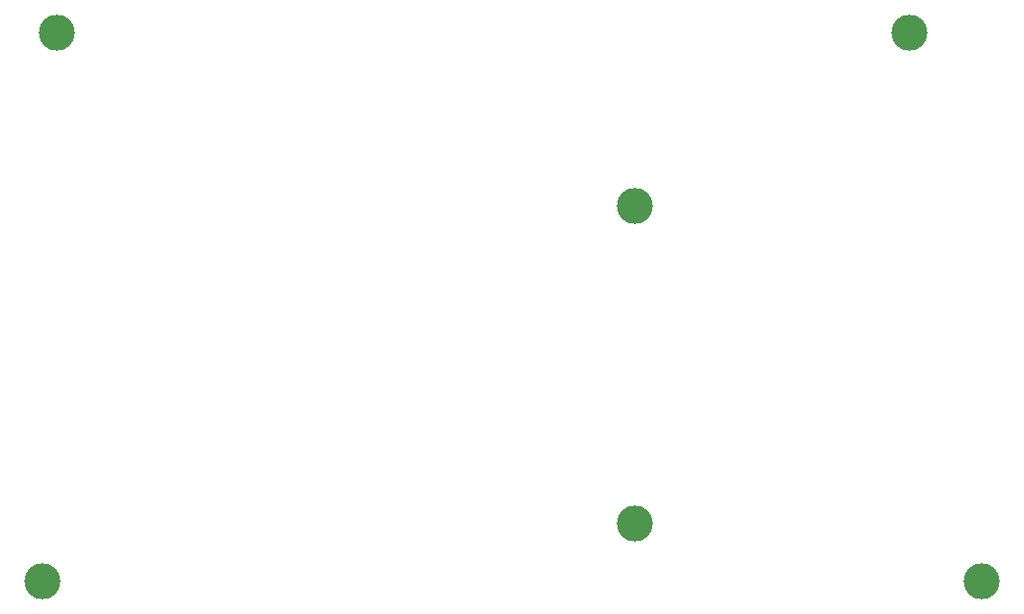
<source format=gbr>
G04 PROTEUS GERBER X2 FILE*
%TF.GenerationSoftware,Labcenter,Proteus,8.16-SP3-Build36097*%
%TF.CreationDate,2024-06-22T10:21:33+00:00*%
%TF.FileFunction,NonPlated,1,2,NPTH*%
%TF.FilePolarity,Positive*%
%TF.Part,Single*%
%TF.SameCoordinates,{24a379d5-4027-43cf-b872-4d17f73d1947}*%
%FSLAX45Y45*%
%MOMM*%
G01*
%TA.AperFunction,ComponentDrill*%
%ADD35C,3.175000*%
%TD.AperFunction*%
D35*
X-3901000Y-2076000D03*
X+1306000Y-1568000D03*
X+1306000Y+1226000D03*
X-3774000Y+2750000D03*
X+4354000Y-2076000D03*
X+3719000Y+2750000D03*
M02*

</source>
